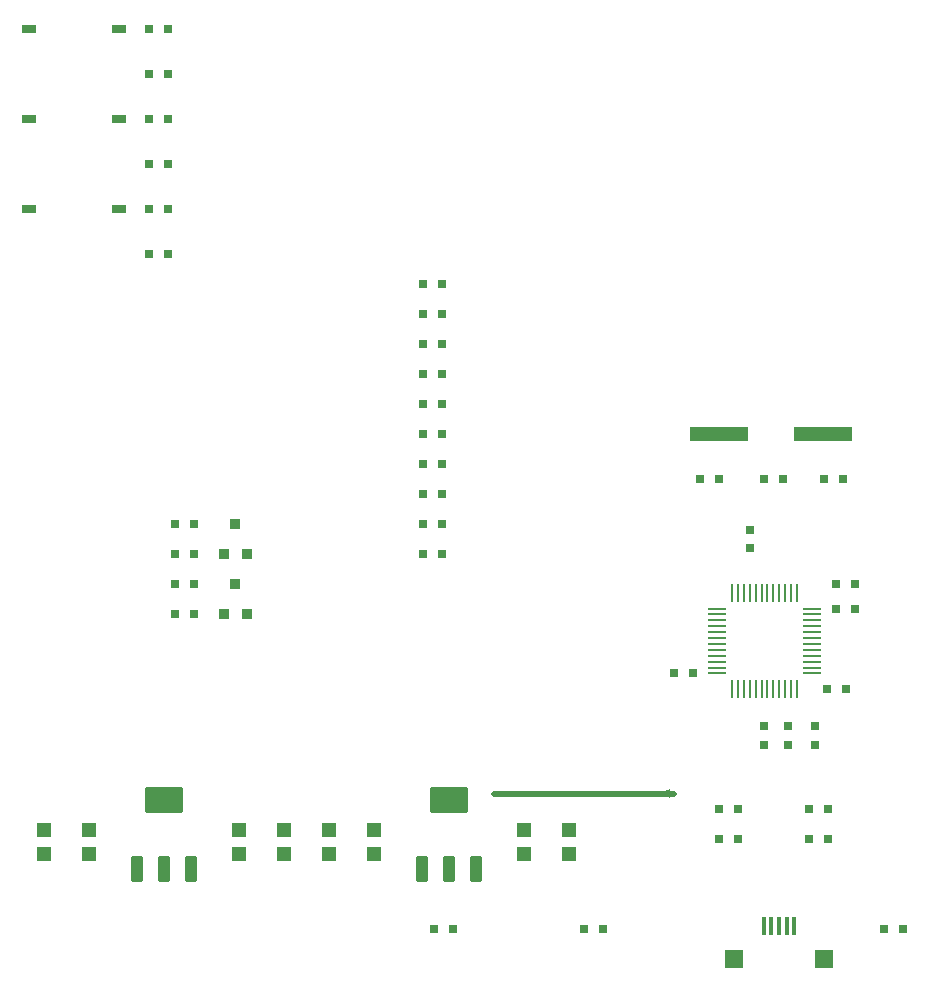
<source format=gtp>
G04*
G04 #@! TF.GenerationSoftware,Altium Limited,Altium Designer,21.3.2 (30)*
G04*
G04 Layer_Color=8421504*
%FSLAX25Y25*%
%MOIN*%
G70*
G04*
G04 #@! TF.SameCoordinates,0941D6B8-9053-4ACA-ABC4-2B4951EE2B0C*
G04*
G04*
G04 #@! TF.FilePolarity,Positive*
G04*
G01*
G75*
%ADD18R,0.03150X0.03150*%
%ADD19R,0.03150X0.03150*%
%ADD20R,0.19685X0.05118*%
%ADD21R,0.05906X0.05906*%
%ADD22R,0.01575X0.06299*%
%ADD23O,0.00984X0.06102*%
%ADD24O,0.06102X0.00984*%
%ADD25R,0.03543X0.03740*%
%ADD26R,0.04724X0.03150*%
%ADD27R,0.04724X0.04724*%
G04:AMPARAMS|DCode=28|XSize=37.4mil|YSize=84.65mil|CornerRadius=1.87mil|HoleSize=0mil|Usage=FLASHONLY|Rotation=180.000|XOffset=0mil|YOffset=0mil|HoleType=Round|Shape=RoundedRectangle|*
%AMROUNDEDRECTD28*
21,1,0.03740,0.08091,0,0,180.0*
21,1,0.03366,0.08465,0,0,180.0*
1,1,0.00374,-0.01683,0.04045*
1,1,0.00374,0.01683,0.04045*
1,1,0.00374,0.01683,-0.04045*
1,1,0.00374,-0.01683,-0.04045*
%
%ADD28ROUNDEDRECTD28*%
G04:AMPARAMS|DCode=29|XSize=127.95mil|YSize=84.65mil|CornerRadius=4.23mil|HoleSize=0mil|Usage=FLASHONLY|Rotation=180.000|XOffset=0mil|YOffset=0mil|HoleType=Round|Shape=RoundedRectangle|*
%AMROUNDEDRECTD29*
21,1,0.12795,0.07618,0,0,180.0*
21,1,0.11949,0.08465,0,0,180.0*
1,1,0.00847,-0.05974,0.03809*
1,1,0.00847,0.05974,0.03809*
1,1,0.00847,0.05974,-0.03809*
1,1,0.00847,-0.05974,-0.03809*
%
%ADD29ROUNDEDRECTD29*%
%ADD30C,0.02000*%
G36*
X228454Y63484D02*
X228346Y63582D01*
X228225Y63670D01*
X228091Y63747D01*
X227943Y63814D01*
X227783Y63871D01*
X227608Y63917D01*
X227421Y63954D01*
X227221Y63979D01*
X227007Y63995D01*
X226780Y64000D01*
Y66000D01*
X227007Y66005D01*
X227421Y66046D01*
X227608Y66083D01*
X227783Y66129D01*
X227943Y66186D01*
X228091Y66253D01*
X228225Y66330D01*
X228346Y66418D01*
X228454Y66516D01*
Y63484D01*
D02*
G37*
D18*
X286299Y170000D02*
D03*
X280000D02*
D03*
X266299D02*
D03*
X260000D02*
D03*
X238701D02*
D03*
X245000D02*
D03*
X200000Y20000D02*
D03*
X206299D02*
D03*
X150000D02*
D03*
X156299D02*
D03*
X300000D02*
D03*
X306299D02*
D03*
X251299Y60000D02*
D03*
X245000D02*
D03*
Y50000D02*
D03*
X251299D02*
D03*
X281299D02*
D03*
X275000D02*
D03*
X281299Y60000D02*
D03*
X275000D02*
D03*
X290224Y135000D02*
D03*
X283925D02*
D03*
X290224Y126673D02*
D03*
X283925D02*
D03*
X287205Y100000D02*
D03*
X280906D02*
D03*
X229933Y105020D02*
D03*
X236232D02*
D03*
X63701Y154842D02*
D03*
X70000D02*
D03*
Y145000D02*
D03*
X63701D02*
D03*
Y134843D02*
D03*
X70000D02*
D03*
Y125000D02*
D03*
X63701D02*
D03*
X152500Y145000D02*
D03*
X146201D02*
D03*
X152500Y155000D02*
D03*
X146201D02*
D03*
X152500Y165000D02*
D03*
X146201D02*
D03*
X152500Y175000D02*
D03*
X146201D02*
D03*
X152500Y185000D02*
D03*
X146201D02*
D03*
X152500Y195000D02*
D03*
X146201D02*
D03*
X152500Y205000D02*
D03*
X146201D02*
D03*
X152500Y215000D02*
D03*
X146201D02*
D03*
X152500Y225000D02*
D03*
X146201D02*
D03*
X152500Y235000D02*
D03*
X146201D02*
D03*
X55000Y320000D02*
D03*
X61299D02*
D03*
Y245000D02*
D03*
X55000D02*
D03*
Y260000D02*
D03*
X61299D02*
D03*
Y275000D02*
D03*
X55000D02*
D03*
Y290000D02*
D03*
X61299D02*
D03*
Y305000D02*
D03*
X55000D02*
D03*
D19*
X255157Y152992D02*
D03*
Y146693D02*
D03*
X277000Y81201D02*
D03*
Y87500D02*
D03*
X268000D02*
D03*
Y81201D02*
D03*
X260032Y87500D02*
D03*
Y81201D02*
D03*
D20*
X245000Y185000D02*
D03*
X279646D02*
D03*
D21*
X250000Y10000D02*
D03*
X279921D02*
D03*
D22*
X259842Y20728D02*
D03*
X262402D02*
D03*
X264961D02*
D03*
X267520D02*
D03*
X270079D02*
D03*
D23*
X270905Y131693D02*
D03*
X268937D02*
D03*
X266968D02*
D03*
X265000D02*
D03*
X263032D02*
D03*
X261063D02*
D03*
X259095D02*
D03*
X257126D02*
D03*
X255157D02*
D03*
X253189D02*
D03*
X251220D02*
D03*
X249252D02*
D03*
Y100000D02*
D03*
X251220D02*
D03*
X253189D02*
D03*
X255157D02*
D03*
X257126D02*
D03*
X259095D02*
D03*
X261063D02*
D03*
X263032D02*
D03*
X265000D02*
D03*
X266968D02*
D03*
X268937D02*
D03*
X270905D02*
D03*
D24*
X244232Y126673D02*
D03*
Y124705D02*
D03*
Y122736D02*
D03*
Y120768D02*
D03*
Y118799D02*
D03*
Y116831D02*
D03*
Y114862D02*
D03*
Y112894D02*
D03*
Y110925D02*
D03*
Y108957D02*
D03*
Y106988D02*
D03*
Y105020D02*
D03*
X275925D02*
D03*
Y106988D02*
D03*
Y108957D02*
D03*
Y110925D02*
D03*
Y112894D02*
D03*
Y114862D02*
D03*
Y116831D02*
D03*
Y118799D02*
D03*
Y120768D02*
D03*
Y122736D02*
D03*
Y124705D02*
D03*
Y126673D02*
D03*
D25*
X80000Y125000D02*
D03*
X83740Y134843D02*
D03*
X87480Y125000D02*
D03*
X80000Y145000D02*
D03*
X83740Y154842D02*
D03*
X87480Y145000D02*
D03*
D26*
X44921Y320000D02*
D03*
X15000D02*
D03*
X44921Y290000D02*
D03*
X15000D02*
D03*
X44921Y260000D02*
D03*
X15000D02*
D03*
D27*
X35000Y45000D02*
D03*
Y53000D02*
D03*
X180000D02*
D03*
Y45000D02*
D03*
X130000Y53000D02*
D03*
Y45000D02*
D03*
X115000Y53000D02*
D03*
Y45000D02*
D03*
X195000Y53000D02*
D03*
Y45000D02*
D03*
X20000Y53000D02*
D03*
Y45000D02*
D03*
X100000Y53000D02*
D03*
Y45000D02*
D03*
X85000Y53000D02*
D03*
Y45000D02*
D03*
D28*
X145945Y40000D02*
D03*
X155000D02*
D03*
X164055D02*
D03*
X50945D02*
D03*
X60000D02*
D03*
X69055D02*
D03*
D29*
X155000Y62835D02*
D03*
X60000D02*
D03*
D30*
X170000Y65000D02*
X230000D01*
M02*

</source>
